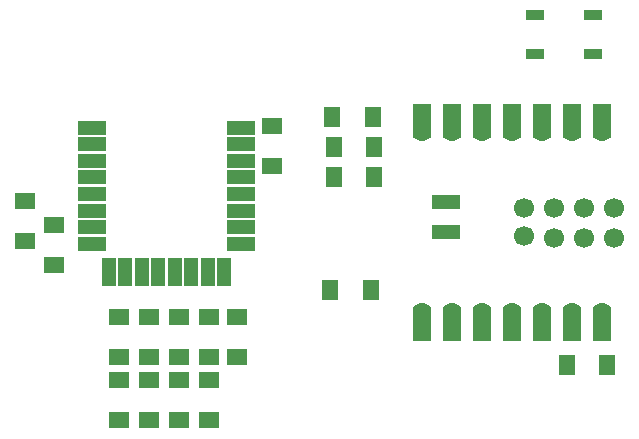
<source format=gbr>
%TF.GenerationSoftware,KiCad,Pcbnew,9.0.0*%
%TF.CreationDate,2025-04-08T23:40:40+05:30*%
%TF.ProjectId,UWB-Xiao-Node,5557422d-5869-4616-9f2d-4e6f64652e6b,rev?*%
%TF.SameCoordinates,Original*%
%TF.FileFunction,Soldermask,Top*%
%TF.FilePolarity,Negative*%
%FSLAX46Y46*%
G04 Gerber Fmt 4.6, Leading zero omitted, Abs format (unit mm)*
G04 Created by KiCad (PCBNEW 9.0.0) date 2025-04-08 23:40:40*
%MOMM*%
%LPD*%
G01*
G04 APERTURE LIST*
G04 Aperture macros list*
%AMRoundRect*
0 Rectangle with rounded corners*
0 $1 Rounding radius*
0 $2 $3 $4 $5 $6 $7 $8 $9 X,Y pos of 4 corners*
0 Add a 4 corners polygon primitive as box body*
4,1,4,$2,$3,$4,$5,$6,$7,$8,$9,$2,$3,0*
0 Add four circle primitives for the rounded corners*
1,1,$1+$1,$2,$3*
1,1,$1+$1,$4,$5*
1,1,$1+$1,$6,$7*
1,1,$1+$1,$8,$9*
0 Add four rect primitives between the rounded corners*
20,1,$1+$1,$2,$3,$4,$5,0*
20,1,$1+$1,$4,$5,$6,$7,0*
20,1,$1+$1,$6,$7,$8,$9,0*
20,1,$1+$1,$8,$9,$2,$3,0*%
G04 Aperture macros list end*
%ADD10R,1.700000X1.400000*%
%ADD11RoundRect,0.050800X-1.150000X-0.500000X1.150000X-0.500000X1.150000X0.500000X-1.150000X0.500000X0*%
%ADD12RoundRect,0.050800X-0.500000X-1.150000X0.500000X-1.150000X0.500000X1.150000X-0.500000X1.150000X0*%
%ADD13R,1.400000X1.700000*%
%ADD14R,1.500000X0.900000*%
%ADD15C,1.600000*%
%ADD16R,1.600000X3.000000*%
%ADD17R,2.400000X1.200000*%
%ADD18C,1.700000*%
G04 APERTURE END LIST*
D10*
%TO.C,JP2*%
X92353162Y-84419075D03*
X92353162Y-81019075D03*
%TD*%
%TO.C,R1*%
X95281180Y-64864533D03*
X95281180Y-68264533D03*
%TD*%
D11*
%TO.C,U2*%
X80060000Y-65019900D03*
X80060000Y-66420000D03*
X80060000Y-67820000D03*
X80060000Y-69220100D03*
X80060000Y-70619900D03*
X80060000Y-72019900D03*
X80060000Y-73420000D03*
X80060000Y-74820000D03*
D12*
X81460100Y-77219800D03*
X82860400Y-77219800D03*
X84259900Y-77219800D03*
X85660000Y-77219800D03*
X87060000Y-77219800D03*
X88460100Y-77219800D03*
X89860400Y-77219800D03*
X91259900Y-77219800D03*
D11*
X92660000Y-74820000D03*
X92660000Y-73420000D03*
X92660000Y-72019900D03*
X92660000Y-70619900D03*
X92660000Y-69220100D03*
X92660000Y-67820000D03*
X92660000Y-66420000D03*
X92660000Y-65019900D03*
%TD*%
D10*
%TO.C,R5*%
X82345000Y-81055000D03*
X82345000Y-84455000D03*
%TD*%
%TO.C,C1*%
X74391610Y-71175306D03*
X74391610Y-74575306D03*
%TD*%
%TO.C,D3*%
X84888155Y-89776257D03*
X84888155Y-86376257D03*
%TD*%
D13*
%TO.C,R7*%
X103935000Y-66675000D03*
X100535000Y-66675000D03*
%TD*%
%TO.C,R8*%
X103916313Y-69215000D03*
X100516313Y-69215000D03*
%TD*%
D14*
%TO.C,U3*%
X122465000Y-58800000D03*
X122465000Y-55500000D03*
X117565000Y-55500000D03*
X117565000Y-58800000D03*
%TD*%
D15*
%TO.C,U1*%
X123190000Y-65410000D03*
D16*
X123190000Y-64410000D03*
D15*
X120650000Y-65410000D03*
D16*
X120650000Y-64410000D03*
D15*
X118110000Y-65410000D03*
D16*
X118110000Y-64410000D03*
D15*
X115570000Y-65410000D03*
D16*
X115570000Y-64410000D03*
D15*
X113030000Y-65410000D03*
D16*
X113030000Y-64410000D03*
D15*
X110490000Y-65410000D03*
D16*
X110490000Y-64410000D03*
D15*
X107950000Y-65410000D03*
D16*
X107950000Y-64410000D03*
D15*
X107950000Y-80645000D03*
D16*
X107950000Y-81645000D03*
D15*
X110490000Y-80645000D03*
D16*
X110490000Y-81645000D03*
D15*
X113030000Y-80645000D03*
D16*
X113030000Y-81645000D03*
D15*
X115570000Y-80645000D03*
D16*
X115570000Y-81645000D03*
D15*
X118110000Y-80645000D03*
D16*
X118110000Y-81645000D03*
D15*
X120650000Y-80645000D03*
D16*
X120650000Y-81645000D03*
D15*
X123190000Y-80645000D03*
D16*
X123190000Y-81645000D03*
D17*
X110027012Y-71258852D03*
X110027012Y-73798852D03*
D18*
X124200212Y-71766852D03*
X124200212Y-74306852D03*
X121660212Y-71766852D03*
X121660212Y-74306852D03*
X119120212Y-71766852D03*
X119120212Y-74306852D03*
X116580212Y-71766852D03*
X116637012Y-74214252D03*
%TD*%
D10*
%TO.C,R4*%
X84885000Y-81055000D03*
X84885000Y-84455000D03*
%TD*%
D13*
%TO.C,R6*%
X103794767Y-64069569D03*
X100394767Y-64069569D03*
%TD*%
D10*
%TO.C,D1*%
X89968155Y-89776257D03*
X89968155Y-86376257D03*
%TD*%
%TO.C,C2*%
X76835000Y-73230000D03*
X76835000Y-76630000D03*
%TD*%
%TO.C,D4*%
X82348155Y-89776257D03*
X82348155Y-86376257D03*
%TD*%
%TO.C,D2*%
X87440698Y-89759882D03*
X87440698Y-86359882D03*
%TD*%
D13*
%TO.C,C3*%
X123620000Y-85090000D03*
X120220000Y-85090000D03*
%TD*%
D10*
%TO.C,R3*%
X87425000Y-81055000D03*
X87425000Y-84455000D03*
%TD*%
%TO.C,R2*%
X89965000Y-81055000D03*
X89965000Y-84455000D03*
%TD*%
D13*
%TO.C,JP1*%
X100203735Y-78787998D03*
X103703735Y-78787998D03*
%TD*%
M02*

</source>
